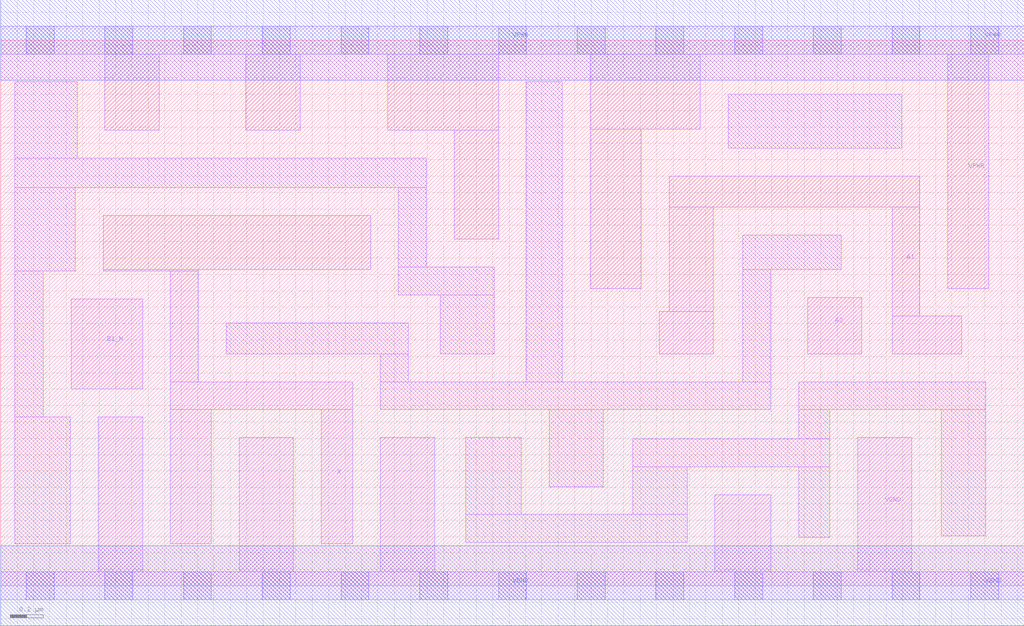
<source format=lef>
# Copyright 2020 The SkyWater PDK Authors
#
# Licensed under the Apache License, Version 2.0 (the "License");
# you may not use this file except in compliance with the License.
# You may obtain a copy of the License at
#
#     https://www.apache.org/licenses/LICENSE-2.0
#
# Unless required by applicable law or agreed to in writing, software
# distributed under the License is distributed on an "AS IS" BASIS,
# WITHOUT WARRANTIES OR CONDITIONS OF ANY KIND, either express or implied.
# See the License for the specific language governing permissions and
# limitations under the License.
#
# SPDX-License-Identifier: Apache-2.0

VERSION 5.7 ;
  NAMESCASESENSITIVE ON ;
  NOWIREEXTENSIONATPIN ON ;
  DIVIDERCHAR "/" ;
  BUSBITCHARS "[]" ;
UNITS
  DATABASE MICRONS 200 ;
END UNITS
MACRO sky130_fd_sc_lp__o21ba_4
  CLASS CORE ;
  SOURCE USER ;
  FOREIGN sky130_fd_sc_lp__o21ba_4 ;
  ORIGIN  0.000000  0.000000 ;
  SIZE  6.240000 BY  3.330000 ;
  SYMMETRY X Y R90 ;
  SITE unit ;
  PIN A1
    ANTENNAGATEAREA  0.630000 ;
    DIRECTION INPUT ;
    USE SIGNAL ;
    PORT
      LAYER li1 ;
        RECT 4.015000 1.415000 4.345000 1.675000 ;
        RECT 4.075000 1.675000 4.345000 2.310000 ;
        RECT 4.075000 2.310000 5.605000 2.500000 ;
        RECT 5.435000 1.415000 5.860000 1.645000 ;
        RECT 5.435000 1.645000 5.605000 2.310000 ;
    END
  END A1
  PIN A2
    ANTENNAGATEAREA  0.630000 ;
    DIRECTION INPUT ;
    USE SIGNAL ;
    PORT
      LAYER li1 ;
        RECT 4.920000 1.415000 5.250000 1.760000 ;
    END
  END A2
  PIN B1_N
    ANTENNAGATEAREA  0.315000 ;
    DIRECTION INPUT ;
    USE SIGNAL ;
    PORT
      LAYER li1 ;
        RECT 0.430000 1.200000 0.865000 1.750000 ;
    END
  END B1_N
  PIN X
    ANTENNADIFFAREA  1.176000 ;
    DIRECTION OUTPUT ;
    USE SIGNAL ;
    PORT
      LAYER li1 ;
        RECT 0.625000 1.920000 1.205000 1.930000 ;
        RECT 0.625000 1.930000 2.255000 2.260000 ;
        RECT 1.035000 0.255000 1.285000 1.075000 ;
        RECT 1.035000 1.075000 2.145000 1.245000 ;
        RECT 1.035000 1.245000 1.205000 1.920000 ;
        RECT 1.955000 0.255000 2.145000 1.075000 ;
    END
  END X
  PIN VGND
    DIRECTION INOUT ;
    USE GROUND ;
    PORT
      LAYER li1 ;
        RECT 0.000000 -0.085000 6.240000 0.085000 ;
        RECT 0.595000  0.085000 0.865000 1.030000 ;
        RECT 1.455000  0.085000 1.785000 0.905000 ;
        RECT 2.315000  0.085000 2.645000 0.905000 ;
        RECT 4.355000  0.085000 4.695000 0.555000 ;
        RECT 5.225000  0.085000 5.555000 0.905000 ;
      LAYER mcon ;
        RECT 0.155000 -0.085000 0.325000 0.085000 ;
        RECT 0.635000 -0.085000 0.805000 0.085000 ;
        RECT 1.115000 -0.085000 1.285000 0.085000 ;
        RECT 1.595000 -0.085000 1.765000 0.085000 ;
        RECT 2.075000 -0.085000 2.245000 0.085000 ;
        RECT 2.555000 -0.085000 2.725000 0.085000 ;
        RECT 3.035000 -0.085000 3.205000 0.085000 ;
        RECT 3.515000 -0.085000 3.685000 0.085000 ;
        RECT 3.995000 -0.085000 4.165000 0.085000 ;
        RECT 4.475000 -0.085000 4.645000 0.085000 ;
        RECT 4.955000 -0.085000 5.125000 0.085000 ;
        RECT 5.435000 -0.085000 5.605000 0.085000 ;
        RECT 5.915000 -0.085000 6.085000 0.085000 ;
      LAYER met1 ;
        RECT 0.000000 -0.245000 6.240000 0.245000 ;
    END
  END VGND
  PIN VPWR
    DIRECTION INOUT ;
    USE POWER ;
    PORT
      LAYER li1 ;
        RECT 0.000000 3.245000 6.240000 3.415000 ;
        RECT 0.635000 2.780000 0.965000 3.245000 ;
        RECT 1.495000 2.780000 1.825000 3.245000 ;
        RECT 2.360000 2.780000 3.035000 3.245000 ;
        RECT 2.765000 2.115000 3.035000 2.780000 ;
        RECT 3.595000 1.815000 3.905000 2.785000 ;
        RECT 3.595000 2.785000 4.265000 3.245000 ;
        RECT 5.775000 1.815000 6.025000 3.245000 ;
      LAYER mcon ;
        RECT 0.155000 3.245000 0.325000 3.415000 ;
        RECT 0.635000 3.245000 0.805000 3.415000 ;
        RECT 1.115000 3.245000 1.285000 3.415000 ;
        RECT 1.595000 3.245000 1.765000 3.415000 ;
        RECT 2.075000 3.245000 2.245000 3.415000 ;
        RECT 2.555000 3.245000 2.725000 3.415000 ;
        RECT 3.035000 3.245000 3.205000 3.415000 ;
        RECT 3.515000 3.245000 3.685000 3.415000 ;
        RECT 3.995000 3.245000 4.165000 3.415000 ;
        RECT 4.475000 3.245000 4.645000 3.415000 ;
        RECT 4.955000 3.245000 5.125000 3.415000 ;
        RECT 5.435000 3.245000 5.605000 3.415000 ;
        RECT 5.915000 3.245000 6.085000 3.415000 ;
      LAYER met1 ;
        RECT 0.000000 3.085000 6.240000 3.575000 ;
    END
  END VPWR
  OBS
    LAYER li1 ;
      RECT 0.085000 0.255000 0.425000 1.030000 ;
      RECT 0.085000 1.030000 0.260000 1.920000 ;
      RECT 0.085000 1.920000 0.455000 2.430000 ;
      RECT 0.085000 2.430000 2.595000 2.610000 ;
      RECT 0.085000 2.610000 0.465000 3.075000 ;
      RECT 1.375000 1.415000 2.485000 1.605000 ;
      RECT 2.315000 1.075000 4.695000 1.245000 ;
      RECT 2.315000 1.245000 2.485000 1.415000 ;
      RECT 2.425000 1.775000 3.010000 1.945000 ;
      RECT 2.425000 1.945000 2.595000 2.430000 ;
      RECT 2.680000 1.415000 3.010000 1.775000 ;
      RECT 2.835000 0.265000 4.185000 0.435000 ;
      RECT 2.835000 0.435000 3.175000 0.905000 ;
      RECT 3.205000 1.245000 3.425000 3.075000 ;
      RECT 3.345000 0.605000 3.675000 1.075000 ;
      RECT 3.855000 0.435000 4.185000 0.725000 ;
      RECT 3.855000 0.725000 5.055000 0.895000 ;
      RECT 4.435000 2.670000 5.495000 3.000000 ;
      RECT 4.525000 1.245000 4.695000 1.930000 ;
      RECT 4.525000 1.930000 5.125000 2.140000 ;
      RECT 4.865000 0.295000 5.055000 0.725000 ;
      RECT 4.865000 0.895000 5.055000 1.075000 ;
      RECT 4.865000 1.075000 6.005000 1.245000 ;
      RECT 5.735000 0.305000 6.005000 1.075000 ;
  END
END sky130_fd_sc_lp__o21ba_4

</source>
